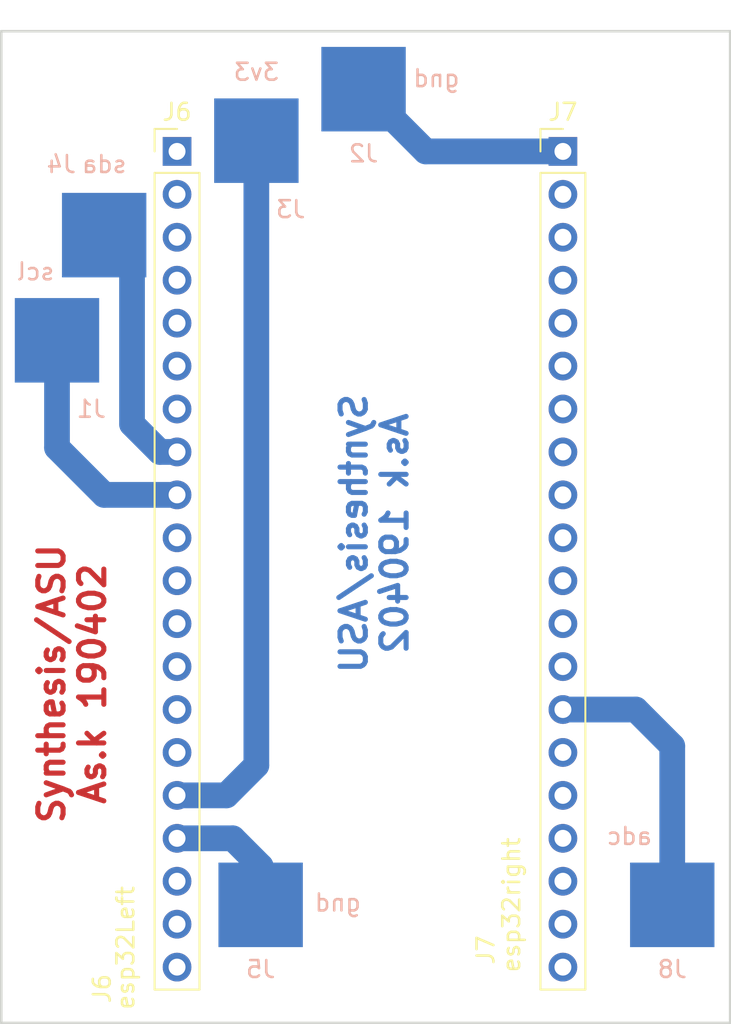
<source format=kicad_pcb>
(kicad_pcb (version 4) (host pcbnew 4.0.7)

  (general
    (links 6)
    (no_connects 0)
    (area 119.050999 56.312999 162.381001 115.137001)
    (thickness 1.6)
    (drawings 6)
    (tracks 18)
    (zones 0)
    (modules 8)
    (nets 41)
  )

  (page A)
  (title_block
    (title pad32)
    (date 4/24/2019)
    (company ASU/AME)
    (comment 1 "Assegid Kidane")
  )

  (layers
    (0 F.Cu signal)
    (31 B.Cu signal)
    (32 B.Adhes user)
    (33 F.Adhes user)
    (34 B.Paste user)
    (35 F.Paste user)
    (36 B.SilkS user)
    (37 F.SilkS user)
    (38 B.Mask user)
    (39 F.Mask user)
    (40 Dwgs.User user)
    (41 Cmts.User user)
    (42 Eco1.User user)
    (43 Eco2.User user)
    (44 Edge.Cuts user)
    (45 Margin user)
    (46 B.CrtYd user)
    (47 F.CrtYd user)
    (48 B.Fab user)
    (49 F.Fab user)
  )

  (setup
    (last_trace_width 1.524)
    (trace_clearance 0.2)
    (zone_clearance 0.508)
    (zone_45_only no)
    (trace_min 0.2)
    (segment_width 0.2)
    (edge_width 0.15)
    (via_size 0.6)
    (via_drill 0.4)
    (via_min_size 0.4)
    (via_min_drill 0.3)
    (uvia_size 0.3)
    (uvia_drill 0.1)
    (uvias_allowed no)
    (uvia_min_size 0.2)
    (uvia_min_drill 0.1)
    (pcb_text_width 0.3)
    (pcb_text_size 1.5 1.5)
    (mod_edge_width 0.15)
    (mod_text_size 1 1)
    (mod_text_width 0.15)
    (pad_size 1.524 1.524)
    (pad_drill 0.762)
    (pad_to_mask_clearance 0.2)
    (aux_axis_origin 0 0)
    (visible_elements FFFFFF7F)
    (pcbplotparams
      (layerselection 0x00000_00000001)
      (usegerberextensions false)
      (excludeedgelayer true)
      (linewidth 0.100000)
      (plotframeref false)
      (viasonmask false)
      (mode 1)
      (useauxorigin false)
      (hpglpennumber 1)
      (hpglpenspeed 20)
      (hpglpendiameter 15)
      (hpglpenoverlay 2)
      (psnegative false)
      (psa4output false)
      (plotreference true)
      (plotvalue true)
      (plotinvisibletext false)
      (padsonsilk false)
      (subtractmaskfromsilk false)
      (outputformat 1)
      (mirror false)
      (drillshape 0)
      (scaleselection 1)
      (outputdirectory ""))
  )

  (net 0 "")
  (net 1 "Net-(J1-Pad1)")
  (net 2 "Net-(J2-Pad1)")
  (net 3 "Net-(J3-Pad1)")
  (net 4 "Net-(J4-Pad1)")
  (net 5 "Net-(J5-Pad1)")
  (net 6 "Net-(J6-Pad1)")
  (net 7 "Net-(J6-Pad2)")
  (net 8 "Net-(J6-Pad3)")
  (net 9 "Net-(J6-Pad4)")
  (net 10 "Net-(J6-Pad5)")
  (net 11 "Net-(J6-Pad6)")
  (net 12 "Net-(J6-Pad7)")
  (net 13 "Net-(J6-Pad10)")
  (net 14 "Net-(J6-Pad11)")
  (net 15 "Net-(J6-Pad12)")
  (net 16 "Net-(J6-Pad13)")
  (net 17 "Net-(J6-Pad14)")
  (net 18 "Net-(J6-Pad15)")
  (net 19 "Net-(J6-Pad18)")
  (net 20 "Net-(J6-Pad19)")
  (net 21 "Net-(J6-Pad20)")
  (net 22 "Net-(J7-Pad2)")
  (net 23 "Net-(J7-Pad3)")
  (net 24 "Net-(J7-Pad4)")
  (net 25 "Net-(J7-Pad5)")
  (net 26 "Net-(J7-Pad6)")
  (net 27 "Net-(J7-Pad7)")
  (net 28 "Net-(J7-Pad8)")
  (net 29 "Net-(J7-Pad9)")
  (net 30 "Net-(J7-Pad10)")
  (net 31 "Net-(J7-Pad11)")
  (net 32 "Net-(J7-Pad12)")
  (net 33 "Net-(J7-Pad13)")
  (net 34 "Net-(J7-Pad14)")
  (net 35 "Net-(J7-Pad15)")
  (net 36 "Net-(J7-Pad16)")
  (net 37 "Net-(J7-Pad17)")
  (net 38 "Net-(J7-Pad18)")
  (net 39 "Net-(J7-Pad19)")
  (net 40 "Net-(J7-Pad20)")

  (net_class Default "This is the default net class."
    (clearance 0.2)
    (trace_width 1.524)
    (via_dia 0.6)
    (via_drill 0.4)
    (uvia_dia 0.3)
    (uvia_drill 0.1)
    (add_net "Net-(J1-Pad1)")
    (add_net "Net-(J2-Pad1)")
    (add_net "Net-(J3-Pad1)")
    (add_net "Net-(J4-Pad1)")
    (add_net "Net-(J5-Pad1)")
    (add_net "Net-(J6-Pad1)")
    (add_net "Net-(J6-Pad10)")
    (add_net "Net-(J6-Pad11)")
    (add_net "Net-(J6-Pad12)")
    (add_net "Net-(J6-Pad13)")
    (add_net "Net-(J6-Pad14)")
    (add_net "Net-(J6-Pad15)")
    (add_net "Net-(J6-Pad18)")
    (add_net "Net-(J6-Pad19)")
    (add_net "Net-(J6-Pad2)")
    (add_net "Net-(J6-Pad20)")
    (add_net "Net-(J6-Pad3)")
    (add_net "Net-(J6-Pad4)")
    (add_net "Net-(J6-Pad5)")
    (add_net "Net-(J6-Pad6)")
    (add_net "Net-(J6-Pad7)")
    (add_net "Net-(J7-Pad10)")
    (add_net "Net-(J7-Pad11)")
    (add_net "Net-(J7-Pad12)")
    (add_net "Net-(J7-Pad13)")
    (add_net "Net-(J7-Pad14)")
    (add_net "Net-(J7-Pad15)")
    (add_net "Net-(J7-Pad16)")
    (add_net "Net-(J7-Pad17)")
    (add_net "Net-(J7-Pad18)")
    (add_net "Net-(J7-Pad19)")
    (add_net "Net-(J7-Pad2)")
    (add_net "Net-(J7-Pad20)")
    (add_net "Net-(J7-Pad3)")
    (add_net "Net-(J7-Pad4)")
    (add_net "Net-(J7-Pad5)")
    (add_net "Net-(J7-Pad6)")
    (add_net "Net-(J7-Pad7)")
    (add_net "Net-(J7-Pad8)")
    (add_net "Net-(J7-Pad9)")
  )

  (module ask:SolderWirePad_single_SMD_5x5mm (layer B.Cu) (tedit 5CC8CAD0) (tstamp 5CC0D9C9)
    (at 122.428 74.676)
    (descr "Wire Pad, Square, SMD Pad,  5mm x 10mm,")
    (tags "MesurementPoint Square SMDPad 5mmx10mm ")
    (path /5CBE1253)
    (attr smd)
    (fp_text reference J1 (at 2.032 4.064) (layer B.SilkS)
      (effects (font (size 1 1) (thickness 0.15)) (justify mirror))
    )
    (fp_text value scl (at -1.27 -4.064) (layer B.SilkS)
      (effects (font (size 1 1) (thickness 0.15)) (justify mirror))
    )
    (fp_line (start 2.75 5.25) (end -2.75 5.25) (layer B.CrtYd) (width 0.05))
    (fp_line (start 2.75 -5.25) (end 2.75 5.25) (layer B.CrtYd) (width 0.05))
    (fp_line (start -2.75 -5.25) (end 2.75 -5.25) (layer B.CrtYd) (width 0.05))
    (fp_line (start -2.75 5.25) (end -2.75 -5.25) (layer B.CrtYd) (width 0.05))
    (pad 1 smd rect (at 0 0) (size 5 5) (layers B.Cu B.Paste B.Mask)
      (net 1 "Net-(J1-Pad1)"))
  )

  (module ask:SolderWirePad_single_SMD_5x5mm (layer B.Cu) (tedit 5CC8CA78) (tstamp 5CC0D9D2)
    (at 140.589 59.817)
    (descr "Wire Pad, Square, SMD Pad,  5mm x 10mm,")
    (tags "MesurementPoint Square SMDPad 5mmx10mm ")
    (path /5CBE11E0)
    (attr smd)
    (fp_text reference J2 (at 0 3.81) (layer B.SilkS)
      (effects (font (size 1 1) (thickness 0.15)) (justify mirror))
    )
    (fp_text value gnd (at 4.318 -0.635) (layer B.SilkS)
      (effects (font (size 1 1) (thickness 0.15)) (justify mirror))
    )
    (fp_line (start 2.75 5.25) (end -2.75 5.25) (layer B.CrtYd) (width 0.05))
    (fp_line (start 2.75 -5.25) (end 2.75 5.25) (layer B.CrtYd) (width 0.05))
    (fp_line (start -2.75 -5.25) (end 2.75 -5.25) (layer B.CrtYd) (width 0.05))
    (fp_line (start -2.75 5.25) (end -2.75 -5.25) (layer B.CrtYd) (width 0.05))
    (pad 1 smd rect (at 0 0) (size 5 5) (layers B.Cu B.Paste B.Mask)
      (net 2 "Net-(J2-Pad1)"))
  )

  (module ask:SolderWirePad_single_SMD_5x5mm (layer B.Cu) (tedit 5CC8CAA0) (tstamp 5CC0D9DB)
    (at 134.239 62.865)
    (descr "Wire Pad, Square, SMD Pad,  5mm x 10mm,")
    (tags "MesurementPoint Square SMDPad 5mmx10mm ")
    (path /5CBE1217)
    (attr smd)
    (fp_text reference J3 (at 2.032 4.064) (layer B.SilkS)
      (effects (font (size 1 1) (thickness 0.15)) (justify mirror))
    )
    (fp_text value 3v3 (at 0 -4.064) (layer B.SilkS)
      (effects (font (size 1 1) (thickness 0.15)) (justify mirror))
    )
    (fp_line (start 2.75 5.25) (end -2.75 5.25) (layer B.CrtYd) (width 0.05))
    (fp_line (start 2.75 -5.25) (end 2.75 5.25) (layer B.CrtYd) (width 0.05))
    (fp_line (start -2.75 -5.25) (end 2.75 -5.25) (layer B.CrtYd) (width 0.05))
    (fp_line (start -2.75 5.25) (end -2.75 -5.25) (layer B.CrtYd) (width 0.05))
    (pad 1 smd rect (at 0 0) (size 5 5) (layers B.Cu B.Paste B.Mask)
      (net 3 "Net-(J3-Pad1)"))
  )

  (module ask:SolderWirePad_single_SMD_5x5mm (layer B.Cu) (tedit 5CC8CADB) (tstamp 5CC0D9E4)
    (at 125.222 68.453)
    (descr "Wire Pad, Square, SMD Pad,  5mm x 10mm,")
    (tags "MesurementPoint Square SMDPad 5mmx10mm ")
    (path /5CBE1234)
    (attr smd)
    (fp_text reference J4 (at -2.54 -4.191) (layer B.SilkS)
      (effects (font (size 1 1) (thickness 0.15)) (justify mirror))
    )
    (fp_text value sda (at 0 -4.191) (layer B.SilkS)
      (effects (font (size 1 1) (thickness 0.15)) (justify mirror))
    )
    (fp_line (start 2.75 5.25) (end -2.75 5.25) (layer B.CrtYd) (width 0.05))
    (fp_line (start 2.75 -5.25) (end 2.75 5.25) (layer B.CrtYd) (width 0.05))
    (fp_line (start -2.75 -5.25) (end 2.75 -5.25) (layer B.CrtYd) (width 0.05))
    (fp_line (start -2.75 5.25) (end -2.75 -5.25) (layer B.CrtYd) (width 0.05))
    (pad 1 smd rect (at 0 0) (size 5 5) (layers B.Cu B.Paste B.Mask)
      (net 4 "Net-(J4-Pad1)"))
  )

  (module ask:SolderWirePad_single_SMD_5x5mm (layer B.Cu) (tedit 5CC8CAF1) (tstamp 5CC0D9ED)
    (at 134.493 108.077)
    (descr "Wire Pad, Square, SMD Pad,  5mm x 10mm,")
    (tags "MesurementPoint Square SMDPad 5mmx10mm ")
    (path /5CBE1274)
    (attr smd)
    (fp_text reference J5 (at 0 3.81) (layer B.SilkS)
      (effects (font (size 1 1) (thickness 0.15)) (justify mirror))
    )
    (fp_text value gnd (at 4.572 -0.127) (layer B.SilkS)
      (effects (font (size 1 1) (thickness 0.15)) (justify mirror))
    )
    (fp_line (start 2.75 5.25) (end -2.75 5.25) (layer B.CrtYd) (width 0.05))
    (fp_line (start 2.75 -5.25) (end 2.75 5.25) (layer B.CrtYd) (width 0.05))
    (fp_line (start -2.75 -5.25) (end 2.75 -5.25) (layer B.CrtYd) (width 0.05))
    (fp_line (start -2.75 5.25) (end -2.75 -5.25) (layer B.CrtYd) (width 0.05))
    (pad 1 smd rect (at 0 0) (size 5 5) (layers B.Cu B.Paste B.Mask)
      (net 5 "Net-(J5-Pad1)"))
  )

  (module Pin_Headers:Pin_Header_Straight_1x20_Pitch2.54mm (layer F.Cu) (tedit 5CC8CB42) (tstamp 5CC0DA15)
    (at 129.54 63.5)
    (descr "Through hole straight pin header, 1x20, 2.54mm pitch, single row")
    (tags "Through hole pin header THT 1x20 2.54mm single row")
    (path /5CBE10DB)
    (fp_text reference J6 (at 0 -2.33) (layer F.SilkS)
      (effects (font (size 1 1) (thickness 0.15)))
    )
    (fp_text value esp32Left (at -3.048 47.117 90) (layer F.SilkS)
      (effects (font (size 1 1) (thickness 0.15)))
    )
    (fp_line (start -0.635 -1.27) (end 1.27 -1.27) (layer F.Fab) (width 0.1))
    (fp_line (start 1.27 -1.27) (end 1.27 49.53) (layer F.Fab) (width 0.1))
    (fp_line (start 1.27 49.53) (end -1.27 49.53) (layer F.Fab) (width 0.1))
    (fp_line (start -1.27 49.53) (end -1.27 -0.635) (layer F.Fab) (width 0.1))
    (fp_line (start -1.27 -0.635) (end -0.635 -1.27) (layer F.Fab) (width 0.1))
    (fp_line (start -1.33 49.59) (end 1.33 49.59) (layer F.SilkS) (width 0.12))
    (fp_line (start -1.33 1.27) (end -1.33 49.59) (layer F.SilkS) (width 0.12))
    (fp_line (start 1.33 1.27) (end 1.33 49.59) (layer F.SilkS) (width 0.12))
    (fp_line (start -1.33 1.27) (end 1.33 1.27) (layer F.SilkS) (width 0.12))
    (fp_line (start -1.33 0) (end -1.33 -1.33) (layer F.SilkS) (width 0.12))
    (fp_line (start -1.33 -1.33) (end 0 -1.33) (layer F.SilkS) (width 0.12))
    (fp_line (start -1.8 -1.8) (end -1.8 50.05) (layer F.CrtYd) (width 0.05))
    (fp_line (start -1.8 50.05) (end 1.8 50.05) (layer F.CrtYd) (width 0.05))
    (fp_line (start 1.8 50.05) (end 1.8 -1.8) (layer F.CrtYd) (width 0.05))
    (fp_line (start 1.8 -1.8) (end -1.8 -1.8) (layer F.CrtYd) (width 0.05))
    (fp_text user %R (at -4.445 49.53 90) (layer F.SilkS)
      (effects (font (size 1 1) (thickness 0.15)))
    )
    (pad 1 thru_hole rect (at 0 0) (size 1.7 1.7) (drill 1) (layers *.Cu *.Mask)
      (net 6 "Net-(J6-Pad1)"))
    (pad 2 thru_hole oval (at 0 2.54) (size 1.7 1.7) (drill 1) (layers *.Cu *.Mask)
      (net 7 "Net-(J6-Pad2)"))
    (pad 3 thru_hole oval (at 0 5.08) (size 1.7 1.7) (drill 1) (layers *.Cu *.Mask)
      (net 8 "Net-(J6-Pad3)"))
    (pad 4 thru_hole oval (at 0 7.62) (size 1.7 1.7) (drill 1) (layers *.Cu *.Mask)
      (net 9 "Net-(J6-Pad4)"))
    (pad 5 thru_hole oval (at 0 10.16) (size 1.7 1.7) (drill 1) (layers *.Cu *.Mask)
      (net 10 "Net-(J6-Pad5)"))
    (pad 6 thru_hole oval (at 0 12.7) (size 1.7 1.7) (drill 1) (layers *.Cu *.Mask)
      (net 11 "Net-(J6-Pad6)"))
    (pad 7 thru_hole oval (at 0 15.24) (size 1.7 1.7) (drill 1) (layers *.Cu *.Mask)
      (net 12 "Net-(J6-Pad7)"))
    (pad 8 thru_hole oval (at 0 17.78) (size 1.7 1.7) (drill 1) (layers *.Cu *.Mask)
      (net 4 "Net-(J4-Pad1)"))
    (pad 9 thru_hole oval (at 0 20.32) (size 1.7 1.7) (drill 1) (layers *.Cu *.Mask)
      (net 1 "Net-(J1-Pad1)"))
    (pad 10 thru_hole oval (at 0 22.86) (size 1.7 1.7) (drill 1) (layers *.Cu *.Mask)
      (net 13 "Net-(J6-Pad10)"))
    (pad 11 thru_hole oval (at 0 25.4) (size 1.7 1.7) (drill 1) (layers *.Cu *.Mask)
      (net 14 "Net-(J6-Pad11)"))
    (pad 12 thru_hole oval (at 0 27.94) (size 1.7 1.7) (drill 1) (layers *.Cu *.Mask)
      (net 15 "Net-(J6-Pad12)"))
    (pad 13 thru_hole oval (at 0 30.48) (size 1.7 1.7) (drill 1) (layers *.Cu *.Mask)
      (net 16 "Net-(J6-Pad13)"))
    (pad 14 thru_hole oval (at 0 33.02) (size 1.7 1.7) (drill 1) (layers *.Cu *.Mask)
      (net 17 "Net-(J6-Pad14)"))
    (pad 15 thru_hole oval (at 0 35.56) (size 1.7 1.7) (drill 1) (layers *.Cu *.Mask)
      (net 18 "Net-(J6-Pad15)"))
    (pad 16 thru_hole oval (at 0 38.1) (size 1.7 1.7) (drill 1) (layers *.Cu *.Mask)
      (net 3 "Net-(J3-Pad1)"))
    (pad 17 thru_hole oval (at 0 40.64) (size 1.7 1.7) (drill 1) (layers *.Cu *.Mask)
      (net 5 "Net-(J5-Pad1)"))
    (pad 18 thru_hole oval (at 0 43.18) (size 1.7 1.7) (drill 1) (layers *.Cu *.Mask)
      (net 19 "Net-(J6-Pad18)"))
    (pad 19 thru_hole oval (at 0 45.72) (size 1.7 1.7) (drill 1) (layers *.Cu *.Mask)
      (net 20 "Net-(J6-Pad19)"))
    (pad 20 thru_hole oval (at 0 48.26) (size 1.7 1.7) (drill 1) (layers *.Cu *.Mask)
      (net 21 "Net-(J6-Pad20)"))
    (model ${KISYS3DMOD}/Pin_Headers.3dshapes/Pin_Header_Straight_1x20_Pitch2.54mm.wrl
      (at (xyz 0 0 0))
      (scale (xyz 1 1 1))
      (rotate (xyz 0 0 0))
    )
  )

  (module Pin_Headers:Pin_Header_Straight_1x20_Pitch2.54mm (layer F.Cu) (tedit 5CC8CB28) (tstamp 5CC0DA3D)
    (at 152.4 63.5)
    (descr "Through hole straight pin header, 1x20, 2.54mm pitch, single row")
    (tags "Through hole pin header THT 1x20 2.54mm single row")
    (path /5CBE110E)
    (fp_text reference J7 (at 0 -2.33) (layer F.SilkS)
      (effects (font (size 1 1) (thickness 0.15)))
    )
    (fp_text value esp32right (at -3.048 44.577 90) (layer F.SilkS)
      (effects (font (size 1 1) (thickness 0.15)))
    )
    (fp_line (start -0.635 -1.27) (end 1.27 -1.27) (layer F.Fab) (width 0.1))
    (fp_line (start 1.27 -1.27) (end 1.27 49.53) (layer F.Fab) (width 0.1))
    (fp_line (start 1.27 49.53) (end -1.27 49.53) (layer F.Fab) (width 0.1))
    (fp_line (start -1.27 49.53) (end -1.27 -0.635) (layer F.Fab) (width 0.1))
    (fp_line (start -1.27 -0.635) (end -0.635 -1.27) (layer F.Fab) (width 0.1))
    (fp_line (start -1.33 49.59) (end 1.33 49.59) (layer F.SilkS) (width 0.12))
    (fp_line (start -1.33 1.27) (end -1.33 49.59) (layer F.SilkS) (width 0.12))
    (fp_line (start 1.33 1.27) (end 1.33 49.59) (layer F.SilkS) (width 0.12))
    (fp_line (start -1.33 1.27) (end 1.33 1.27) (layer F.SilkS) (width 0.12))
    (fp_line (start -1.33 0) (end -1.33 -1.33) (layer F.SilkS) (width 0.12))
    (fp_line (start -1.33 -1.33) (end 0 -1.33) (layer F.SilkS) (width 0.12))
    (fp_line (start -1.8 -1.8) (end -1.8 50.05) (layer F.CrtYd) (width 0.05))
    (fp_line (start -1.8 50.05) (end 1.8 50.05) (layer F.CrtYd) (width 0.05))
    (fp_line (start 1.8 50.05) (end 1.8 -1.8) (layer F.CrtYd) (width 0.05))
    (fp_line (start 1.8 -1.8) (end -1.8 -1.8) (layer F.CrtYd) (width 0.05))
    (fp_text user %R (at -4.572 47.244 90) (layer F.SilkS)
      (effects (font (size 1 1) (thickness 0.15)))
    )
    (pad 1 thru_hole rect (at 0 0) (size 1.7 1.7) (drill 1) (layers *.Cu *.Mask)
      (net 2 "Net-(J2-Pad1)"))
    (pad 2 thru_hole oval (at 0 2.54) (size 1.7 1.7) (drill 1) (layers *.Cu *.Mask)
      (net 22 "Net-(J7-Pad2)"))
    (pad 3 thru_hole oval (at 0 5.08) (size 1.7 1.7) (drill 1) (layers *.Cu *.Mask)
      (net 23 "Net-(J7-Pad3)"))
    (pad 4 thru_hole oval (at 0 7.62) (size 1.7 1.7) (drill 1) (layers *.Cu *.Mask)
      (net 24 "Net-(J7-Pad4)"))
    (pad 5 thru_hole oval (at 0 10.16) (size 1.7 1.7) (drill 1) (layers *.Cu *.Mask)
      (net 25 "Net-(J7-Pad5)"))
    (pad 6 thru_hole oval (at 0 12.7) (size 1.7 1.7) (drill 1) (layers *.Cu *.Mask)
      (net 26 "Net-(J7-Pad6)"))
    (pad 7 thru_hole oval (at 0 15.24) (size 1.7 1.7) (drill 1) (layers *.Cu *.Mask)
      (net 27 "Net-(J7-Pad7)"))
    (pad 8 thru_hole oval (at 0 17.78) (size 1.7 1.7) (drill 1) (layers *.Cu *.Mask)
      (net 28 "Net-(J7-Pad8)"))
    (pad 9 thru_hole oval (at 0 20.32) (size 1.7 1.7) (drill 1) (layers *.Cu *.Mask)
      (net 29 "Net-(J7-Pad9)"))
    (pad 10 thru_hole oval (at 0 22.86) (size 1.7 1.7) (drill 1) (layers *.Cu *.Mask)
      (net 30 "Net-(J7-Pad10)"))
    (pad 11 thru_hole oval (at 0 25.4) (size 1.7 1.7) (drill 1) (layers *.Cu *.Mask)
      (net 31 "Net-(J7-Pad11)"))
    (pad 12 thru_hole oval (at 0 27.94) (size 1.7 1.7) (drill 1) (layers *.Cu *.Mask)
      (net 32 "Net-(J7-Pad12)"))
    (pad 13 thru_hole oval (at 0 30.48) (size 1.7 1.7) (drill 1) (layers *.Cu *.Mask)
      (net 33 "Net-(J7-Pad13)"))
    (pad 14 thru_hole oval (at 0 33.02) (size 1.7 1.7) (drill 1) (layers *.Cu *.Mask)
      (net 34 "Net-(J7-Pad14)"))
    (pad 15 thru_hole oval (at 0 35.56) (size 1.7 1.7) (drill 1) (layers *.Cu *.Mask)
      (net 35 "Net-(J7-Pad15)"))
    (pad 16 thru_hole oval (at 0 38.1) (size 1.7 1.7) (drill 1) (layers *.Cu *.Mask)
      (net 36 "Net-(J7-Pad16)"))
    (pad 17 thru_hole oval (at 0 40.64) (size 1.7 1.7) (drill 1) (layers *.Cu *.Mask)
      (net 37 "Net-(J7-Pad17)"))
    (pad 18 thru_hole oval (at 0 43.18) (size 1.7 1.7) (drill 1) (layers *.Cu *.Mask)
      (net 38 "Net-(J7-Pad18)"))
    (pad 19 thru_hole oval (at 0 45.72) (size 1.7 1.7) (drill 1) (layers *.Cu *.Mask)
      (net 39 "Net-(J7-Pad19)"))
    (pad 20 thru_hole oval (at 0 48.26) (size 1.7 1.7) (drill 1) (layers *.Cu *.Mask)
      (net 40 "Net-(J7-Pad20)"))
    (model ${KISYS3DMOD}/Pin_Headers.3dshapes/Pin_Header_Straight_1x20_Pitch2.54mm.wrl
      (at (xyz 0 0 0))
      (scale (xyz 1 1 1))
      (rotate (xyz 0 0 0))
    )
  )

  (module ask:SolderWirePad_single_SMD_5x5mm (layer B.Cu) (tedit 5CC8CAFE) (tstamp 5CC0DA46)
    (at 158.877 108.077)
    (descr "Wire Pad, Square, SMD Pad,  5mm x 10mm,")
    (tags "MesurementPoint Square SMDPad 5mmx10mm ")
    (path /5CBE1297)
    (attr smd)
    (fp_text reference J8 (at 0 3.81) (layer B.SilkS)
      (effects (font (size 1 1) (thickness 0.15)) (justify mirror))
    )
    (fp_text value adc (at -2.54 -4.064) (layer B.SilkS)
      (effects (font (size 1 1) (thickness 0.15)) (justify mirror))
    )
    (fp_line (start 2.75 5.25) (end -2.75 5.25) (layer B.CrtYd) (width 0.05))
    (fp_line (start 2.75 -5.25) (end 2.75 5.25) (layer B.CrtYd) (width 0.05))
    (fp_line (start -2.75 -5.25) (end 2.75 -5.25) (layer B.CrtYd) (width 0.05))
    (fp_line (start -2.75 5.25) (end -2.75 -5.25) (layer B.CrtYd) (width 0.05))
    (pad 1 smd rect (at 0 0) (size 5 5) (layers B.Cu B.Paste B.Mask)
      (net 34 "Net-(J7-Pad14)"))
  )

  (gr_text "Synthesis/ASU\nAs.k 190402" (at 123.317 94.996 90) (layer F.Cu)
    (effects (font (size 1.5 1.5) (thickness 0.3)))
  )
  (gr_text "Synthesis/ASU\nAs.k 190402" (at 141.224 86.106 90) (layer B.Cu)
    (effects (font (size 1.5 1.5) (thickness 0.3)) (justify mirror))
  )
  (gr_line (start 119.126 115.062) (end 162.306 115.062) (angle 90) (layer Edge.Cuts) (width 0.15))
  (gr_line (start 119.126 56.388) (end 119.126 115.062) (angle 90) (layer Edge.Cuts) (width 0.15))
  (gr_line (start 162.306 56.388) (end 119.126 56.388) (angle 90) (layer Edge.Cuts) (width 0.15))
  (gr_line (start 162.306 115.062) (end 162.306 56.388) (angle 90) (layer Edge.Cuts) (width 0.15))

  (segment (start 129.54 83.82) (end 125.222 83.82) (width 1.524) (layer B.Cu) (net 1))
  (segment (start 122.428 81.026) (end 122.428 74.676) (width 1.524) (layer B.Cu) (net 1) (tstamp 5CC0DE51))
  (segment (start 125.222 83.82) (end 122.428 81.026) (width 1.524) (layer B.Cu) (net 1) (tstamp 5CC0DE4B))
  (segment (start 152.4 63.5) (end 144.272 63.5) (width 1.524) (layer B.Cu) (net 2))
  (segment (start 144.272 63.5) (end 140.589 59.817) (width 1.524) (layer B.Cu) (net 2) (tstamp 5CC0DE2A))
  (segment (start 129.54 101.6) (end 132.461 101.6) (width 1.524) (layer B.Cu) (net 3))
  (segment (start 134.239 99.822) (end 134.239 62.865) (width 1.524) (layer B.Cu) (net 3) (tstamp 5CC0DE6D))
  (segment (start 132.461 101.6) (end 134.239 99.822) (width 1.524) (layer B.Cu) (net 3) (tstamp 5CC0DE64))
  (segment (start 129.54 81.28) (end 128.524 81.28) (width 1.524) (layer B.Cu) (net 4))
  (segment (start 126.873 79.629) (end 126.873 70.104) (width 1.524) (layer B.Cu) (net 4) (tstamp 5CC0DE3E))
  (segment (start 128.524 81.28) (end 126.873 79.629) (width 1.524) (layer B.Cu) (net 4) (tstamp 5CC0DE38))
  (segment (start 126.873 70.104) (end 125.222 68.453) (width 1.524) (layer B.Cu) (net 4) (tstamp 5CC0DE44))
  (segment (start 129.54 104.14) (end 132.842 104.14) (width 1.524) (layer B.Cu) (net 5))
  (segment (start 132.842 104.14) (end 134.493 105.791) (width 1.524) (layer B.Cu) (net 5) (tstamp 5CC0DE19))
  (segment (start 134.493 105.791) (end 134.493 108.077) (width 1.524) (layer B.Cu) (net 5) (tstamp 5CC0DE21))
  (segment (start 152.4 96.52) (end 156.718 96.52) (width 1.524) (layer B.Cu) (net 34) (status 400000))
  (segment (start 158.877 98.679) (end 158.877 108.077) (width 1.524) (layer B.Cu) (net 34) (tstamp 5CC8C6B6) (status 800000))
  (segment (start 156.718 96.52) (end 158.877 98.679) (width 1.524) (layer B.Cu) (net 34) (tstamp 5CC8C6AC))

)

</source>
